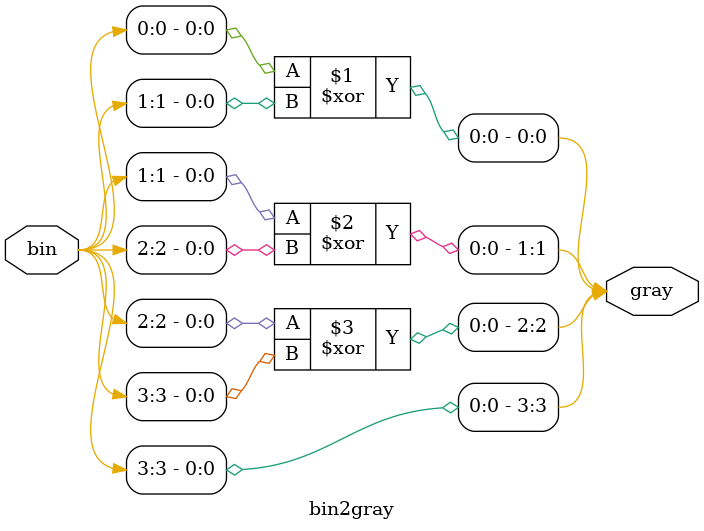
<source format=v>
`timescale 1ns / 1ps


module bin2gray
#(parameter N=4)
(input [N-1:0]bin, 
output [N-1:0]gray);

genvar i;
generate
    for(i=0; i<N-1; i=i+1)begin
        assign gray[i] = bin[i] ^ bin[i+1];
    end 
endgenerate

assign gray[N-1] = bin[N-1];
endmodule

</source>
